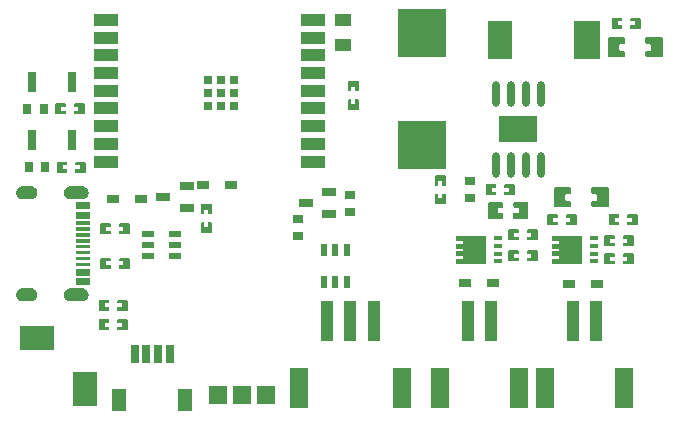
<source format=gtp>
G04 Layer: TopPasteMaskLayer*
G04 EasyEDA v6.5.47, 2024-10-31 16:23:14*
G04 d01961b007cd42f0ad862483726119fd,f99730456eb041dfa0a19156df6b2b6d,10*
G04 Gerber Generator version 0.2*
G04 Scale: 100 percent, Rotated: No, Reflected: No *
G04 Dimensions in millimeters *
G04 leading zeros omitted , absolute positions ,4 integer and 5 decimal *
%FSLAX45Y45*%
%MOMM*%

%AMMACRO1*21,1,$1,$2,0,0,$3*%
%AMMACRO2*4,1,20,1.2641,-1.2243,-0.6638,-1.2243,-0.6638,-1.176,-1.2641,-1.176,-1.2641,-0.7747,-0.6638,-0.7747,-0.6638,-0.5258,-1.2641,-0.5258,-1.2641,-0.1245,-0.6638,-0.1245,-0.6638,0.1245,-1.2641,0.1245,-1.2641,0.5258,-0.6638,0.5258,-0.6638,0.7747,-1.2641,0.7747,-1.2641,1.176,-0.6638,1.176,-0.6638,1.2243,1.2641,1.2243,1.2641,-1.2243,0*%
%ADD10R,0.9000X0.8000*%
%ADD11R,0.8000X0.9000*%
%ADD12R,1.0000X0.7500*%
%ADD13R,1.0720X0.5320*%
%ADD14MACRO1,3.24X2.1575X90.0000*%
%ADD15R,2.1575X3.2400*%
%ADD16R,1.0000X3.5000*%
%ADD17R,1.5000X3.5000*%
%ADD18R,4.1000X4.0500*%
%ADD19R,1.2500X0.7000*%
%ADD20R,0.8000X1.7000*%
%ADD21R,0.7500X0.3500*%
%ADD22MACRO2*%
%ADD23R,2.0000X1.0000*%
%ADD24R,0.7000X0.7000*%
%ADD25MACRO1,1.1989X1.8009X0.0000*%
%ADD26MACRO1,0.5994X1.5494X0.0000*%
%ADD27MACRO1,0.602X1.5494X0.0000*%
%ADD28MACRO1,1.2014X1.8009X0.0000*%
%ADD29R,3.3000X2.3000*%
%ADD30O,0.6999986X2.1999956000000003*%
%ADD31R,0.6000X1.1000*%
%ADD32R,1.5240X1.5240*%
%ADD33MACRO1,1X1.3995X90.0000*%
%ADD34R,1.3995X1.0000*%
%ADD35R,2.0000X3.0000*%
%ADD36R,3.0000X2.0000*%
%ADD37R,0.0155X2.0000*%

%LPD*%
G36*
X4041190Y-1694281D02*
G01*
X4036212Y-1699310D01*
X4036212Y-1827275D01*
X4041190Y-1832305D01*
X4156201Y-1832305D01*
X4161180Y-1827275D01*
X4160723Y-1785315D01*
X4116679Y-1785315D01*
X4116679Y-1740306D01*
X4161688Y-1740306D01*
X4161180Y-1699310D01*
X4156201Y-1694281D01*
G37*
G36*
X4256176Y-1694281D02*
G01*
X4251198Y-1699310D01*
X4251706Y-1740306D01*
X4295698Y-1740306D01*
X4295698Y-1785315D01*
X4251198Y-1785315D01*
X4251198Y-1827275D01*
X4256176Y-1832305D01*
X4371187Y-1832305D01*
X4376216Y-1827275D01*
X4376216Y-1699310D01*
X4371187Y-1694281D01*
G37*
G36*
X5378196Y-294589D02*
G01*
X5368188Y-304596D01*
X5368188Y-341630D01*
X5378196Y-351637D01*
X5408676Y-351637D01*
X5418683Y-361645D01*
X5418683Y-400354D01*
X5408676Y-410362D01*
X5378196Y-410362D01*
X5368188Y-420370D01*
X5368188Y-457403D01*
X5378196Y-467410D01*
X5506720Y-467410D01*
X5516676Y-457403D01*
X5516676Y-304596D01*
X5506720Y-294589D01*
G37*
G36*
X5059680Y-294589D02*
G01*
X5049723Y-304596D01*
X5049723Y-457403D01*
X5059680Y-467410D01*
X5188204Y-467410D01*
X5198211Y-457403D01*
X5198211Y-420370D01*
X5188204Y-410362D01*
X5157724Y-410362D01*
X5147716Y-400354D01*
X5147716Y-361645D01*
X5157724Y-351637D01*
X5188204Y-351637D01*
X5198211Y-341630D01*
X5198211Y-304596D01*
X5188204Y-294589D01*
G37*
G36*
X4920996Y-1564589D02*
G01*
X4910988Y-1574596D01*
X4910988Y-1611630D01*
X4920996Y-1621637D01*
X4951476Y-1621637D01*
X4961483Y-1631645D01*
X4961483Y-1670354D01*
X4951476Y-1680362D01*
X4920996Y-1680362D01*
X4910988Y-1690370D01*
X4910988Y-1727403D01*
X4920996Y-1737410D01*
X5049520Y-1737410D01*
X5059476Y-1727403D01*
X5059476Y-1574596D01*
X5049520Y-1564589D01*
G37*
G36*
X4602480Y-1564589D02*
G01*
X4592523Y-1574596D01*
X4592523Y-1727403D01*
X4602480Y-1737410D01*
X4731004Y-1737410D01*
X4741011Y-1727403D01*
X4741011Y-1690370D01*
X4731004Y-1680362D01*
X4700524Y-1680362D01*
X4690516Y-1670354D01*
X4690516Y-1631645D01*
X4700524Y-1621637D01*
X4731004Y-1621637D01*
X4741011Y-1611630D01*
X4741011Y-1574596D01*
X4731004Y-1564589D01*
G37*
G36*
X548132Y-1854707D02*
G01*
X548132Y-1884680D01*
X663143Y-1884680D01*
X663143Y-1854707D01*
G37*
G36*
X548132Y-2154682D02*
G01*
X548132Y-2184654D01*
X663143Y-2184654D01*
X663143Y-2154682D01*
G37*
G36*
X548030Y-1694688D02*
G01*
X548030Y-1754682D01*
X663041Y-1754682D01*
X663041Y-1694688D01*
G37*
G36*
X548030Y-2054707D02*
G01*
X548030Y-2084679D01*
X663041Y-2084679D01*
X663041Y-2054707D01*
G37*
G36*
X548030Y-2104694D02*
G01*
X548030Y-2134717D01*
X663041Y-2134717D01*
X663041Y-2104694D01*
G37*
G36*
X548030Y-2004720D02*
G01*
X548030Y-2034692D01*
X663041Y-2034692D01*
X663041Y-2004720D01*
G37*
G36*
X548030Y-2204720D02*
G01*
X548030Y-2234692D01*
X663041Y-2234692D01*
X663041Y-2204720D01*
G37*
G36*
X548030Y-1954682D02*
G01*
X548030Y-1984705D01*
X663041Y-1984705D01*
X663041Y-1954682D01*
G37*
G36*
X548030Y-2334717D02*
G01*
X548030Y-2394712D01*
X663041Y-2394712D01*
X663041Y-2334717D01*
G37*
G36*
X548030Y-1774698D02*
G01*
X548030Y-1834692D01*
X663041Y-1834692D01*
X663041Y-1774698D01*
G37*
G36*
X548030Y-1904695D02*
G01*
X548030Y-1934718D01*
X663041Y-1934718D01*
X663041Y-1904695D01*
G37*
G36*
X499008Y-1557680D02*
G01*
X493522Y-1557985D01*
X488086Y-1558798D01*
X482803Y-1560118D01*
X477621Y-1561998D01*
X472693Y-1564386D01*
X468020Y-1567230D01*
X463651Y-1570583D01*
X459638Y-1574292D01*
X455980Y-1578406D01*
X452780Y-1582877D01*
X450037Y-1587601D01*
X447801Y-1592580D01*
X446074Y-1597812D01*
X444804Y-1603146D01*
X444144Y-1608582D01*
X443992Y-1614068D01*
X444398Y-1619554D01*
X445363Y-1624939D01*
X446836Y-1630222D01*
X448868Y-1635302D01*
X451358Y-1640179D01*
X454355Y-1644802D01*
X457758Y-1649069D01*
X461568Y-1653032D01*
X465785Y-1656537D01*
X470306Y-1659636D01*
X475132Y-1662277D01*
X480161Y-1664360D01*
X485444Y-1665986D01*
X490778Y-1667103D01*
X496265Y-1667611D01*
X598982Y-1667713D01*
X604469Y-1667408D01*
X609904Y-1666595D01*
X615188Y-1665274D01*
X620369Y-1663395D01*
X625297Y-1661007D01*
X629970Y-1658162D01*
X634339Y-1654810D01*
X638352Y-1651101D01*
X642010Y-1646986D01*
X645210Y-1642516D01*
X647954Y-1637792D01*
X650189Y-1632813D01*
X651916Y-1627581D01*
X653186Y-1622247D01*
X653846Y-1616811D01*
X653999Y-1611325D01*
X653592Y-1605838D01*
X652627Y-1600454D01*
X651154Y-1595170D01*
X649122Y-1590090D01*
X646633Y-1585214D01*
X643636Y-1580591D01*
X640232Y-1576324D01*
X636422Y-1572361D01*
X632206Y-1568856D01*
X627684Y-1565757D01*
X622858Y-1563166D01*
X617829Y-1561033D01*
X612546Y-1559407D01*
X607212Y-1558290D01*
X601726Y-1557782D01*
G37*
G36*
X499008Y-2421686D02*
G01*
X493522Y-2421991D01*
X488086Y-2422804D01*
X482803Y-2424125D01*
X477621Y-2426004D01*
X472693Y-2428392D01*
X468020Y-2431237D01*
X463651Y-2434590D01*
X459638Y-2438298D01*
X455980Y-2442413D01*
X452780Y-2446883D01*
X450037Y-2451608D01*
X447801Y-2456586D01*
X446074Y-2461818D01*
X444804Y-2467152D01*
X444144Y-2472588D01*
X443992Y-2478074D01*
X444398Y-2483561D01*
X445363Y-2488946D01*
X446836Y-2494229D01*
X448868Y-2499309D01*
X451358Y-2504186D01*
X454355Y-2508808D01*
X457758Y-2513076D01*
X461568Y-2517038D01*
X465785Y-2520543D01*
X470306Y-2523642D01*
X475132Y-2526233D01*
X480161Y-2528366D01*
X485444Y-2529992D01*
X490778Y-2531110D01*
X496265Y-2531618D01*
X598982Y-2531719D01*
X604469Y-2531414D01*
X609904Y-2530602D01*
X615188Y-2529281D01*
X620369Y-2527401D01*
X625297Y-2525014D01*
X629970Y-2522169D01*
X634339Y-2518816D01*
X638352Y-2515108D01*
X642010Y-2510993D01*
X645210Y-2506522D01*
X647954Y-2501798D01*
X650189Y-2496820D01*
X651916Y-2491587D01*
X653186Y-2486253D01*
X653846Y-2480818D01*
X653999Y-2475331D01*
X653592Y-2469845D01*
X652627Y-2464460D01*
X651154Y-2459177D01*
X649122Y-2454097D01*
X646633Y-2449220D01*
X643636Y-2444597D01*
X640232Y-2440330D01*
X636422Y-2436368D01*
X632206Y-2432862D01*
X627684Y-2429764D01*
X622858Y-2427122D01*
X617829Y-2425039D01*
X612546Y-2423414D01*
X607212Y-2422296D01*
X601726Y-2421788D01*
G37*
G36*
X95961Y-1557680D02*
G01*
X90525Y-1557985D01*
X85090Y-1558798D01*
X79756Y-1560118D01*
X74625Y-1561998D01*
X69697Y-1564386D01*
X65024Y-1567230D01*
X60655Y-1570583D01*
X56591Y-1574292D01*
X52984Y-1578406D01*
X49784Y-1582877D01*
X47040Y-1587601D01*
X44805Y-1592580D01*
X43027Y-1597812D01*
X41808Y-1603146D01*
X41148Y-1608582D01*
X40995Y-1614068D01*
X41402Y-1619554D01*
X42367Y-1624939D01*
X43840Y-1630222D01*
X45872Y-1635302D01*
X48361Y-1640179D01*
X51308Y-1644802D01*
X54762Y-1649069D01*
X58572Y-1653032D01*
X62788Y-1656537D01*
X67310Y-1659636D01*
X72136Y-1662277D01*
X77165Y-1664360D01*
X82397Y-1665986D01*
X87782Y-1667103D01*
X93268Y-1667611D01*
X165963Y-1667713D01*
X171450Y-1667408D01*
X176885Y-1666595D01*
X182219Y-1665274D01*
X187350Y-1663395D01*
X192278Y-1661007D01*
X196951Y-1658162D01*
X201320Y-1654810D01*
X205384Y-1651101D01*
X208991Y-1646986D01*
X212191Y-1642516D01*
X214934Y-1637792D01*
X217170Y-1632813D01*
X218948Y-1627581D01*
X220167Y-1622247D01*
X220827Y-1616811D01*
X220979Y-1611325D01*
X220573Y-1605838D01*
X219608Y-1600454D01*
X218135Y-1595170D01*
X216103Y-1590090D01*
X213614Y-1585214D01*
X210667Y-1580591D01*
X207213Y-1576324D01*
X203403Y-1572361D01*
X199186Y-1568856D01*
X194665Y-1565757D01*
X189839Y-1563166D01*
X184810Y-1561033D01*
X179578Y-1559407D01*
X174193Y-1558290D01*
X168706Y-1557782D01*
G37*
G36*
X95961Y-2421686D02*
G01*
X90525Y-2421991D01*
X85090Y-2422804D01*
X79756Y-2424125D01*
X74625Y-2426004D01*
X69697Y-2428392D01*
X65024Y-2431237D01*
X60655Y-2434590D01*
X56591Y-2438298D01*
X52984Y-2442413D01*
X49784Y-2446883D01*
X47040Y-2451608D01*
X44805Y-2456586D01*
X43027Y-2461818D01*
X41808Y-2467152D01*
X41148Y-2472588D01*
X40995Y-2478074D01*
X41402Y-2483561D01*
X42367Y-2488946D01*
X43840Y-2494229D01*
X45872Y-2499309D01*
X48361Y-2504186D01*
X51308Y-2508808D01*
X54762Y-2513076D01*
X58572Y-2517038D01*
X62788Y-2520543D01*
X67310Y-2523642D01*
X72136Y-2526233D01*
X77165Y-2528366D01*
X82397Y-2529992D01*
X87782Y-2531110D01*
X93268Y-2531618D01*
X165963Y-2531719D01*
X171450Y-2531414D01*
X176885Y-2530602D01*
X182219Y-2529281D01*
X187350Y-2527401D01*
X192278Y-2525014D01*
X196951Y-2522169D01*
X201320Y-2518816D01*
X205384Y-2515108D01*
X208991Y-2510993D01*
X212191Y-2506522D01*
X214934Y-2501798D01*
X217170Y-2496820D01*
X218948Y-2491587D01*
X220167Y-2486253D01*
X220827Y-2480818D01*
X220979Y-2475331D01*
X220573Y-2469845D01*
X219608Y-2464460D01*
X218135Y-2459177D01*
X216103Y-2454097D01*
X213614Y-2449220D01*
X210667Y-2444597D01*
X207213Y-2440330D01*
X203403Y-2436368D01*
X199186Y-2432862D01*
X194665Y-2429764D01*
X189839Y-2427122D01*
X184810Y-2425039D01*
X179578Y-2423414D01*
X174193Y-2422296D01*
X168706Y-2421788D01*
G37*
G36*
X548030Y-2254707D02*
G01*
X548030Y-2314702D01*
X663041Y-2314702D01*
X663041Y-2254707D01*
G37*
G36*
X744118Y-2685491D02*
G01*
X739089Y-2690520D01*
X739089Y-2770479D01*
X744118Y-2775508D01*
X824077Y-2775508D01*
X829106Y-2770479D01*
X829106Y-2747721D01*
X792073Y-2747721D01*
X792073Y-2714701D01*
X829106Y-2714701D01*
X829106Y-2690520D01*
X824077Y-2685491D01*
G37*
G36*
X903122Y-2685491D02*
G01*
X898093Y-2690520D01*
X898093Y-2713278D01*
X935126Y-2713278D01*
X935126Y-2746298D01*
X898093Y-2746298D01*
X898093Y-2770479D01*
X903122Y-2775508D01*
X983081Y-2775508D01*
X988110Y-2770479D01*
X988110Y-2690520D01*
X983081Y-2685491D01*
G37*
G36*
X744118Y-2520391D02*
G01*
X739089Y-2525420D01*
X739089Y-2605379D01*
X744118Y-2610408D01*
X824077Y-2610408D01*
X829106Y-2605379D01*
X829106Y-2582621D01*
X792073Y-2582621D01*
X792073Y-2549601D01*
X829106Y-2549601D01*
X829106Y-2525420D01*
X824077Y-2520391D01*
G37*
G36*
X903122Y-2520391D02*
G01*
X898093Y-2525420D01*
X898093Y-2548178D01*
X935126Y-2548178D01*
X935126Y-2581198D01*
X898093Y-2581198D01*
X898093Y-2605379D01*
X903122Y-2610408D01*
X983081Y-2610408D01*
X988110Y-2605379D01*
X988110Y-2525420D01*
X983081Y-2520391D01*
G37*
G36*
X756818Y-2164791D02*
G01*
X751789Y-2169820D01*
X751789Y-2249779D01*
X756818Y-2254808D01*
X836777Y-2254808D01*
X841806Y-2249779D01*
X841806Y-2227021D01*
X804773Y-2227021D01*
X804773Y-2194001D01*
X841806Y-2194001D01*
X841806Y-2169820D01*
X836777Y-2164791D01*
G37*
G36*
X915822Y-2164791D02*
G01*
X910793Y-2169820D01*
X910793Y-2192578D01*
X947826Y-2192578D01*
X947826Y-2225598D01*
X910793Y-2225598D01*
X910793Y-2249779D01*
X915822Y-2254808D01*
X995781Y-2254808D01*
X1000810Y-2249779D01*
X1000810Y-2169820D01*
X995781Y-2164791D01*
G37*
G36*
X915822Y-1872691D02*
G01*
X910793Y-1877720D01*
X910793Y-1900478D01*
X947826Y-1900478D01*
X947826Y-1933498D01*
X910793Y-1933498D01*
X910793Y-1957679D01*
X915822Y-1962708D01*
X995781Y-1962708D01*
X1000810Y-1957679D01*
X1000810Y-1877720D01*
X995781Y-1872691D01*
G37*
G36*
X756818Y-1872691D02*
G01*
X751789Y-1877720D01*
X751789Y-1957679D01*
X756818Y-1962708D01*
X836777Y-1962708D01*
X841806Y-1957679D01*
X841806Y-1934921D01*
X804773Y-1934921D01*
X804773Y-1901901D01*
X841806Y-1901901D01*
X841806Y-1877720D01*
X836777Y-1872691D01*
G37*
G36*
X547522Y-1351991D02*
G01*
X542493Y-1357020D01*
X542493Y-1379778D01*
X579526Y-1379778D01*
X579526Y-1412798D01*
X542493Y-1412798D01*
X542493Y-1436979D01*
X547522Y-1442008D01*
X627481Y-1442008D01*
X632510Y-1436979D01*
X632510Y-1357020D01*
X627481Y-1351991D01*
G37*
G36*
X388518Y-1351991D02*
G01*
X383489Y-1357020D01*
X383489Y-1436979D01*
X388518Y-1442008D01*
X468477Y-1442008D01*
X473506Y-1436979D01*
X473506Y-1414221D01*
X436473Y-1414221D01*
X436473Y-1381201D01*
X473506Y-1381201D01*
X473506Y-1357020D01*
X468477Y-1351991D01*
G37*
G36*
X5183022Y-2126691D02*
G01*
X5177993Y-2131720D01*
X5177993Y-2154478D01*
X5214975Y-2154478D01*
X5214975Y-2187498D01*
X5177993Y-2187498D01*
X5177993Y-2211679D01*
X5183022Y-2216708D01*
X5262981Y-2216708D01*
X5268010Y-2211679D01*
X5268010Y-2131720D01*
X5262981Y-2126691D01*
G37*
G36*
X5024018Y-2126691D02*
G01*
X5018989Y-2131720D01*
X5018989Y-2211679D01*
X5024018Y-2216708D01*
X5103977Y-2216708D01*
X5109006Y-2211679D01*
X5109006Y-2188921D01*
X5072024Y-2188921D01*
X5072024Y-2155901D01*
X5109006Y-2155901D01*
X5109006Y-2131720D01*
X5103977Y-2126691D01*
G37*
G36*
X534822Y-856691D02*
G01*
X529793Y-861720D01*
X529793Y-884478D01*
X566826Y-884478D01*
X566826Y-917498D01*
X529793Y-917498D01*
X529793Y-941679D01*
X534822Y-946708D01*
X614781Y-946708D01*
X619810Y-941679D01*
X619810Y-861720D01*
X614781Y-856691D01*
G37*
G36*
X375818Y-856691D02*
G01*
X370789Y-861720D01*
X370789Y-941679D01*
X375818Y-946708D01*
X455777Y-946708D01*
X460806Y-941679D01*
X460806Y-918921D01*
X423773Y-918921D01*
X423773Y-885901D01*
X460806Y-885901D01*
X460806Y-861720D01*
X455777Y-856691D01*
G37*
G36*
X4211218Y-2101291D02*
G01*
X4206189Y-2106320D01*
X4206189Y-2186279D01*
X4211218Y-2191308D01*
X4291177Y-2191308D01*
X4296206Y-2186279D01*
X4296206Y-2163521D01*
X4259224Y-2163521D01*
X4259224Y-2130501D01*
X4296206Y-2130501D01*
X4296206Y-2106320D01*
X4291177Y-2101291D01*
G37*
G36*
X4370222Y-2101291D02*
G01*
X4365193Y-2106320D01*
X4365193Y-2129078D01*
X4402175Y-2129078D01*
X4402175Y-2162098D01*
X4365193Y-2162098D01*
X4365193Y-2186279D01*
X4370222Y-2191308D01*
X4450181Y-2191308D01*
X4455210Y-2186279D01*
X4455210Y-2106320D01*
X4450181Y-2101291D01*
G37*
G36*
X1611020Y-1704289D02*
G01*
X1605991Y-1709318D01*
X1605991Y-1789277D01*
X1611020Y-1794306D01*
X1633778Y-1794306D01*
X1633778Y-1757273D01*
X1666798Y-1757273D01*
X1666798Y-1794306D01*
X1690979Y-1794306D01*
X1696008Y-1789277D01*
X1696008Y-1709318D01*
X1690979Y-1704289D01*
G37*
G36*
X1611020Y-1863293D02*
G01*
X1605991Y-1868322D01*
X1605991Y-1948281D01*
X1611020Y-1953310D01*
X1690979Y-1953310D01*
X1696008Y-1948281D01*
X1696008Y-1868322D01*
X1690979Y-1863293D01*
X1668221Y-1863293D01*
X1668221Y-1900326D01*
X1635201Y-1900326D01*
X1635201Y-1863293D01*
G37*
G36*
X5024018Y-1974291D02*
G01*
X5018989Y-1979320D01*
X5018989Y-2059279D01*
X5024018Y-2064308D01*
X5103977Y-2064308D01*
X5109006Y-2059279D01*
X5109006Y-2036521D01*
X5072024Y-2036521D01*
X5072024Y-2003501D01*
X5109006Y-2003501D01*
X5109006Y-1979320D01*
X5103977Y-1974291D01*
G37*
G36*
X5183022Y-1974291D02*
G01*
X5177993Y-1979320D01*
X5177993Y-2002078D01*
X5214975Y-2002078D01*
X5214975Y-2035098D01*
X5177993Y-2035098D01*
X5177993Y-2059279D01*
X5183022Y-2064308D01*
X5262981Y-2064308D01*
X5268010Y-2059279D01*
X5268010Y-1979320D01*
X5262981Y-1974291D01*
G37*
G36*
X4179722Y-1542491D02*
G01*
X4174693Y-1547520D01*
X4174693Y-1570278D01*
X4211675Y-1570278D01*
X4211675Y-1603298D01*
X4174693Y-1603298D01*
X4174693Y-1627479D01*
X4179722Y-1632508D01*
X4259681Y-1632508D01*
X4264710Y-1627479D01*
X4264710Y-1547520D01*
X4259681Y-1542491D01*
G37*
G36*
X4020718Y-1542491D02*
G01*
X4015689Y-1547520D01*
X4015689Y-1627479D01*
X4020718Y-1632508D01*
X4100677Y-1632508D01*
X4105706Y-1627479D01*
X4105706Y-1604721D01*
X4068724Y-1604721D01*
X4068724Y-1571701D01*
X4105706Y-1571701D01*
X4105706Y-1547520D01*
X4100677Y-1542491D01*
G37*
G36*
X3592220Y-1621993D02*
G01*
X3587191Y-1627022D01*
X3587191Y-1706981D01*
X3592220Y-1712010D01*
X3672179Y-1712010D01*
X3677208Y-1706981D01*
X3677208Y-1627022D01*
X3672179Y-1621993D01*
X3649421Y-1621993D01*
X3649421Y-1659026D01*
X3616401Y-1659026D01*
X3616401Y-1621993D01*
G37*
G36*
X3592220Y-1462989D02*
G01*
X3587191Y-1468018D01*
X3587191Y-1547977D01*
X3592220Y-1553006D01*
X3614978Y-1553006D01*
X3614978Y-1515973D01*
X3647998Y-1515973D01*
X3647998Y-1553006D01*
X3672179Y-1553006D01*
X3677208Y-1547977D01*
X3677208Y-1468018D01*
X3672179Y-1462989D01*
G37*
G36*
X5246522Y-132791D02*
G01*
X5241493Y-137820D01*
X5241493Y-160578D01*
X5278475Y-160578D01*
X5278475Y-193598D01*
X5241493Y-193598D01*
X5241493Y-217779D01*
X5246522Y-222808D01*
X5326481Y-222808D01*
X5331510Y-217779D01*
X5331510Y-137820D01*
X5326481Y-132791D01*
G37*
G36*
X5087518Y-132791D02*
G01*
X5082489Y-137820D01*
X5082489Y-217779D01*
X5087518Y-222808D01*
X5167477Y-222808D01*
X5172506Y-217779D01*
X5172506Y-195021D01*
X5135524Y-195021D01*
X5135524Y-162001D01*
X5172506Y-162001D01*
X5172506Y-137820D01*
X5167477Y-132791D01*
G37*
G36*
X5221122Y-1796491D02*
G01*
X5216093Y-1801520D01*
X5216093Y-1824278D01*
X5253075Y-1824278D01*
X5253075Y-1857298D01*
X5216093Y-1857298D01*
X5216093Y-1881479D01*
X5221122Y-1886508D01*
X5301081Y-1886508D01*
X5306110Y-1881479D01*
X5306110Y-1801520D01*
X5301081Y-1796491D01*
G37*
G36*
X5062118Y-1796491D02*
G01*
X5057089Y-1801520D01*
X5057089Y-1881479D01*
X5062118Y-1886508D01*
X5142077Y-1886508D01*
X5147106Y-1881479D01*
X5147106Y-1858721D01*
X5110124Y-1858721D01*
X5110124Y-1825701D01*
X5147106Y-1825701D01*
X5147106Y-1801520D01*
X5142077Y-1796491D01*
G37*
G36*
X4700422Y-1796491D02*
G01*
X4695393Y-1801520D01*
X4695393Y-1824278D01*
X4732375Y-1824278D01*
X4732375Y-1857298D01*
X4695393Y-1857298D01*
X4695393Y-1881479D01*
X4700422Y-1886508D01*
X4780381Y-1886508D01*
X4785410Y-1881479D01*
X4785410Y-1801520D01*
X4780381Y-1796491D01*
G37*
G36*
X4541418Y-1796491D02*
G01*
X4536389Y-1801520D01*
X4536389Y-1881479D01*
X4541418Y-1886508D01*
X4621377Y-1886508D01*
X4626406Y-1881479D01*
X4626406Y-1858721D01*
X4589424Y-1858721D01*
X4589424Y-1825701D01*
X4626406Y-1825701D01*
X4626406Y-1801520D01*
X4621377Y-1796491D01*
G37*
G36*
X4370222Y-1923491D02*
G01*
X4365193Y-1928520D01*
X4365193Y-1951278D01*
X4402175Y-1951278D01*
X4402175Y-1984298D01*
X4365193Y-1984298D01*
X4365193Y-2008479D01*
X4370222Y-2013508D01*
X4450181Y-2013508D01*
X4455210Y-2008479D01*
X4455210Y-1928520D01*
X4450181Y-1923491D01*
G37*
G36*
X4211218Y-1923491D02*
G01*
X4206189Y-1928520D01*
X4206189Y-2008479D01*
X4211218Y-2013508D01*
X4291177Y-2013508D01*
X4296206Y-2008479D01*
X4296206Y-1985721D01*
X4259224Y-1985721D01*
X4259224Y-1952701D01*
X4296206Y-1952701D01*
X4296206Y-1928520D01*
X4291177Y-1923491D01*
G37*
G36*
X2855620Y-821893D02*
G01*
X2850591Y-826922D01*
X2850591Y-906881D01*
X2855620Y-911910D01*
X2935579Y-911910D01*
X2940608Y-906881D01*
X2940608Y-826922D01*
X2935579Y-821893D01*
X2912821Y-821893D01*
X2912821Y-858926D01*
X2879801Y-858926D01*
X2879801Y-821893D01*
G37*
G36*
X2855620Y-662889D02*
G01*
X2850591Y-667918D01*
X2850591Y-747877D01*
X2855620Y-752906D01*
X2878378Y-752906D01*
X2878378Y-715873D01*
X2911398Y-715873D01*
X2911398Y-752906D01*
X2935579Y-752906D01*
X2940608Y-747877D01*
X2940608Y-667918D01*
X2935579Y-662889D01*
G37*
D10*
G01*
X2425700Y-1834997D03*
G01*
X2425700Y-1975002D03*
G01*
X2870200Y-1631797D03*
G01*
X2870200Y-1771802D03*
G01*
X3886200Y-1517497D03*
G01*
X3886200Y-1657502D03*
D11*
G01*
X285902Y-1397000D03*
G01*
X145897Y-1397000D03*
G01*
X273202Y-901700D03*
G01*
X133197Y-901700D03*
D12*
G01*
X860653Y-1663700D03*
G01*
X1095146Y-1663700D03*
G01*
X3845153Y-2374900D03*
G01*
X4079646Y-2374900D03*
G01*
X1857146Y-1549400D03*
G01*
X1622653Y-1549400D03*
G01*
X4721453Y-2387600D03*
G01*
X4955946Y-2387600D03*
D13*
G01*
X1384909Y-2152395D03*
G01*
X1384909Y-2057400D03*
G01*
X1384909Y-1962404D03*
G01*
X1155090Y-1962404D03*
G01*
X1155090Y-2057400D03*
G01*
X1155090Y-2152395D03*
D14*
G01*
X4877123Y-317500D03*
D15*
G01*
X4139869Y-317500D03*
D16*
G01*
X3862400Y-2699486D03*
G01*
X4062399Y-2699486D03*
D17*
G01*
X3627399Y-3269487D03*
G01*
X4297400Y-3269487D03*
D16*
G01*
X4751400Y-2699486D03*
G01*
X4951399Y-2699486D03*
D17*
G01*
X4516399Y-3269487D03*
G01*
X5186400Y-3269487D03*
D18*
G01*
X3479800Y-264109D03*
G01*
X3479800Y-1209090D03*
D19*
G01*
X1484299Y-1745995D03*
G01*
X1484299Y-1556004D03*
G01*
X1284300Y-1651000D03*
D20*
G01*
X512902Y-1168400D03*
G01*
X172897Y-1168400D03*
G01*
X512902Y-673100D03*
G01*
X172897Y-673100D03*
D17*
G01*
X2435199Y-3269487D03*
D16*
G01*
X3070199Y-2699486D03*
G01*
X2870200Y-2699486D03*
G01*
X2670200Y-2699486D03*
D17*
G01*
X3305200Y-3269487D03*
D19*
G01*
X2690799Y-1796795D03*
G01*
X2690799Y-1606804D03*
G01*
X2490800Y-1701800D03*
D21*
G01*
X4116527Y-1998014D03*
G01*
X4116527Y-2063013D03*
G01*
X4116527Y-2127986D03*
G01*
X4116527Y-2193010D03*
D22*
G01*
X3892054Y-2095309D03*
D21*
G01*
X4929327Y-1998014D03*
G01*
X4929327Y-2063013D03*
G01*
X4929327Y-2127986D03*
G01*
X4929327Y-2193010D03*
D22*
G01*
X4704854Y-2095309D03*
D23*
G01*
X801395Y-149301D03*
G01*
X801395Y-299288D03*
G01*
X801395Y-449300D03*
G01*
X801395Y-599287D03*
G01*
X801395Y-749300D03*
G01*
X801395Y-899287D03*
G01*
X801395Y-1049299D03*
G01*
X801395Y-1199286D03*
G01*
X801395Y-1349298D03*
G01*
X2551404Y-1349298D03*
G01*
X2551404Y-1199286D03*
G01*
X2551404Y-1049299D03*
G01*
X2551404Y-899287D03*
G01*
X2551404Y-749300D03*
G01*
X2551404Y-599287D03*
G01*
X2551404Y-449300D03*
G01*
X2551404Y-299288D03*
G01*
X2551404Y-149301D03*
D24*
G01*
X1662404Y-659282D03*
G01*
X1662404Y-769289D03*
G01*
X1662404Y-879297D03*
G01*
X1772386Y-659282D03*
G01*
X1772386Y-769289D03*
G01*
X1772386Y-879297D03*
G01*
X1882394Y-879297D03*
G01*
X1882394Y-769289D03*
G01*
X1882394Y-659282D03*
D25*
G01*
X913757Y-3368725D03*
D26*
G01*
X1343779Y-2981248D03*
D27*
G01*
X1243830Y-2981248D03*
D26*
G01*
X1143881Y-2981248D03*
G01*
X1043805Y-2981248D03*
D28*
G01*
X1473827Y-3368725D03*
D29*
G01*
X4292600Y-1074420D03*
D30*
G01*
X4483100Y-777239D03*
G01*
X4356100Y-777239D03*
G01*
X4229100Y-777239D03*
G01*
X4102100Y-777239D03*
G01*
X4483100Y-1381760D03*
G01*
X4356100Y-1381760D03*
G01*
X4229100Y-1381760D03*
G01*
X4102100Y-1381760D03*
D31*
G01*
X2648204Y-2100198D03*
G01*
X2743200Y-2100198D03*
G01*
X2838195Y-2100198D03*
G01*
X2838195Y-2370201D03*
G01*
X2743200Y-2370201D03*
G01*
X2648204Y-2370201D03*
D32*
G01*
X1955800Y-3327400D03*
G01*
X1752600Y-3327400D03*
G01*
X2159000Y-3327400D03*
D33*
G01*
X2806700Y-359028D03*
D34*
G01*
X2806700Y-148970D03*
D35*
G01*
X622300Y-3276600D03*
D36*
G01*
X215900Y-2844800D03*
M02*

</source>
